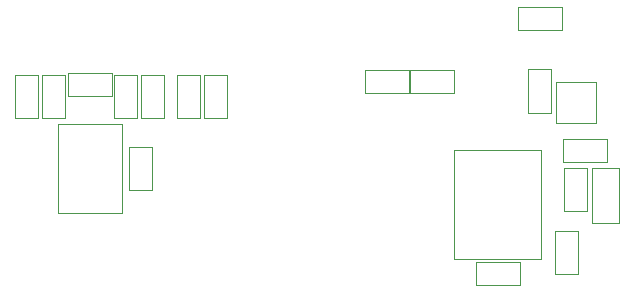
<source format=gbr>
G04 #@! TF.GenerationSoftware,KiCad,Pcbnew,(5.0.0-rc2-dev-586-g888c43477)*
G04 #@! TF.CreationDate,2018-06-03T13:53:17-03:00*
G04 #@! TF.ProjectId,Signal,5369676E616C2E6B696361645F706362,rev?*
G04 #@! TF.SameCoordinates,Original*
G04 #@! TF.FileFunction,Other,User*
%FSLAX46Y46*%
G04 Gerber Fmt 4.6, Leading zero omitted, Abs format (unit mm)*
G04 Created by KiCad (PCBNEW (5.0.0-rc2-dev-586-g888c43477)) date 06/03/18 13:53:17*
%MOMM*%
%LPD*%
G01*
G04 APERTURE LIST*
%ADD10C,0.050000*%
G04 APERTURE END LIST*
D10*
X33086000Y-22524000D02*
X33086000Y-26244000D01*
X34986000Y-22524000D02*
X33086000Y-22524000D01*
X34986000Y-26244000D02*
X34986000Y-22524000D01*
X33086000Y-26244000D02*
X34986000Y-26244000D01*
X26604000Y-22524000D02*
X24704000Y-22524000D01*
X24704000Y-22524000D02*
X24704000Y-26244000D01*
X24704000Y-26244000D02*
X26604000Y-26244000D01*
X26604000Y-26244000D02*
X26604000Y-22524000D01*
X37272000Y-26244000D02*
X37272000Y-22524000D01*
X35372000Y-26244000D02*
X37272000Y-26244000D01*
X35372000Y-22524000D02*
X35372000Y-26244000D01*
X37272000Y-22524000D02*
X35372000Y-22524000D01*
X26990000Y-26244000D02*
X28890000Y-26244000D01*
X28890000Y-26244000D02*
X28890000Y-22524000D01*
X28890000Y-22524000D02*
X26990000Y-22524000D01*
X26990000Y-22524000D02*
X26990000Y-26244000D01*
X36256000Y-32340000D02*
X36256000Y-28620000D01*
X34356000Y-32340000D02*
X36256000Y-32340000D01*
X34356000Y-28620000D02*
X34356000Y-32340000D01*
X36256000Y-28620000D02*
X34356000Y-28620000D01*
X40320000Y-22524000D02*
X38420000Y-22524000D01*
X38420000Y-22524000D02*
X38420000Y-26244000D01*
X38420000Y-26244000D02*
X40320000Y-26244000D01*
X40320000Y-26244000D02*
X40320000Y-22524000D01*
X28288000Y-26750000D02*
X33688000Y-26750000D01*
X28288000Y-34210000D02*
X33688000Y-34210000D01*
X28288000Y-26750000D02*
X28288000Y-34210000D01*
X33688000Y-26750000D02*
X33688000Y-34210000D01*
X42606000Y-26244000D02*
X42606000Y-22524000D01*
X40706000Y-26244000D02*
X42606000Y-26244000D01*
X40706000Y-22524000D02*
X40706000Y-26244000D01*
X42606000Y-22524000D02*
X40706000Y-22524000D01*
X32848000Y-24318000D02*
X32848000Y-22418000D01*
X32848000Y-22418000D02*
X29128000Y-22418000D01*
X29128000Y-22418000D02*
X29128000Y-24318000D01*
X29128000Y-24318000D02*
X32848000Y-24318000D01*
X73836000Y-23142000D02*
X70436000Y-23142000D01*
X70436000Y-23142000D02*
X70436000Y-26642000D01*
X70436000Y-26642000D02*
X73836000Y-26642000D01*
X73836000Y-26642000D02*
X73836000Y-23142000D01*
X73086000Y-34118000D02*
X73086000Y-30398000D01*
X71186000Y-34118000D02*
X73086000Y-34118000D01*
X71186000Y-30398000D02*
X71186000Y-34118000D01*
X73086000Y-30398000D02*
X71186000Y-30398000D01*
X63672000Y-38420000D02*
X63672000Y-40320000D01*
X63672000Y-40320000D02*
X67392000Y-40320000D01*
X67392000Y-40320000D02*
X67392000Y-38420000D01*
X67392000Y-38420000D02*
X63672000Y-38420000D01*
X73526000Y-30416000D02*
X73526000Y-35116000D01*
X73526000Y-35116000D02*
X75826000Y-35116000D01*
X75826000Y-35116000D02*
X75826000Y-30416000D01*
X73526000Y-30416000D02*
X75826000Y-30416000D01*
X72324000Y-35732000D02*
X70424000Y-35732000D01*
X70424000Y-35732000D02*
X70424000Y-39452000D01*
X70424000Y-39452000D02*
X72324000Y-39452000D01*
X72324000Y-39452000D02*
X72324000Y-35732000D01*
X67228000Y-18730000D02*
X70948000Y-18730000D01*
X67228000Y-16830000D02*
X67228000Y-18730000D01*
X70948000Y-16830000D02*
X67228000Y-16830000D01*
X70948000Y-18730000D02*
X70948000Y-16830000D01*
X71038000Y-28006000D02*
X71038000Y-29906000D01*
X71038000Y-29906000D02*
X74758000Y-29906000D01*
X74758000Y-29906000D02*
X74758000Y-28006000D01*
X74758000Y-28006000D02*
X71038000Y-28006000D01*
X70038000Y-25784500D02*
X70038000Y-22064500D01*
X68138000Y-25784500D02*
X70038000Y-25784500D01*
X68138000Y-22064500D02*
X68138000Y-25784500D01*
X70038000Y-22064500D02*
X68138000Y-22064500D01*
X58084000Y-22164000D02*
X58084000Y-24064000D01*
X58084000Y-24064000D02*
X61804000Y-24064000D01*
X61804000Y-24064000D02*
X61804000Y-22164000D01*
X61804000Y-22164000D02*
X58084000Y-22164000D01*
X57994000Y-24064000D02*
X57994000Y-22164000D01*
X57994000Y-22164000D02*
X54274000Y-22164000D01*
X54274000Y-22164000D02*
X54274000Y-24064000D01*
X54274000Y-24064000D02*
X57994000Y-24064000D01*
X61832000Y-38178000D02*
X61832000Y-28878000D01*
X69232000Y-38178000D02*
X69232000Y-28878000D01*
X61832000Y-38178000D02*
X69232000Y-38178000D01*
X61832000Y-28878000D02*
X69232000Y-28878000D01*
M02*

</source>
